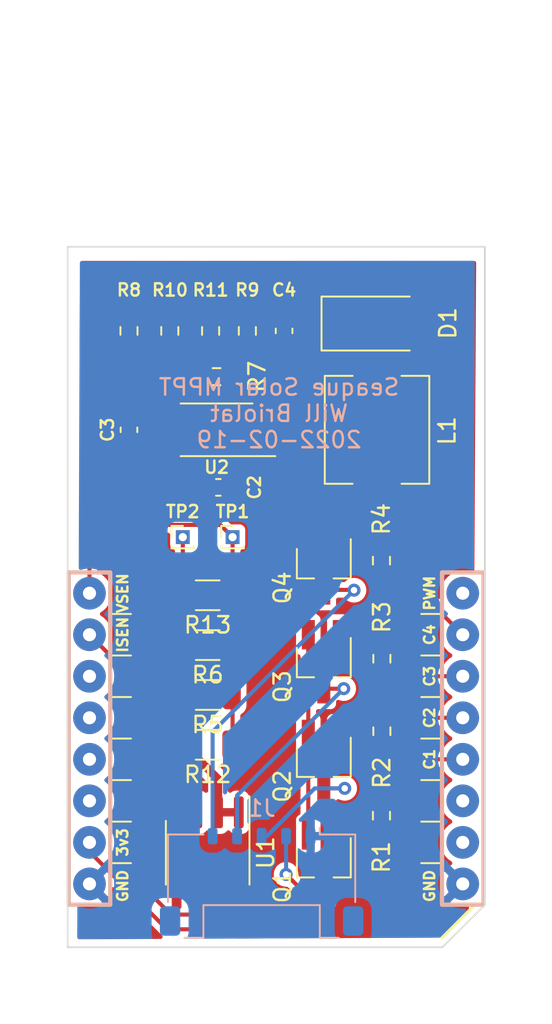
<source format=kicad_pcb>
(kicad_pcb (version 20211014) (generator pcbnew)
  (layers (0 "F.Cu" signal) (31 "B.Cu" signal) (34 "B.Paste" user) (35 "F.Paste" user) (36 "B.SilkS" user "B.Silkscreen") (37 "F.SilkS" user "F.Silkscreen") (38 "B.Mask" user) (39 "F.Mask" user) (44 "Edge.Cuts" user))
  (net 0 "")
  (net 1 "/PWM")
  (net 2 "/V_SENSE")
  (net 3 "/CELL1")
  (net 4 "/I_SENSE")
  (net 5 "/CELL2")
  (net 7 "/CELL3")
  (net 9 "/CELL4")
  (net 13 "GND")
  (net 14 "Net-(C3-Pad1)")
  (net 15 "Net-(C3-Pad2)")
  (net 16 "Net-(C4-Pad1)")
  (net 17 "Net-(Q1-Pad1)")
  (net 18 "Net-(Q2-Pad1)")
  (net 19 "Net-(Q3-Pad1)")
  (net 20 "Net-(Q4-Pad1)")
  (net 21 "Net-(D1-Pad2)")
  (net 24 "+3V3")
  (net 25 "Net-(R10-Pad1)")
  (net 26 "Net-(C2-Pad1)")
  (net 27 "Net-(R12-Pad2)")
  (net 28 "Net-(J1-Pad2)")
  (net 29 "Net-(J1-Pad3)")
  (net 30 "Net-(J1-Pad4)")
  (net 31 "Net-(J1-Pad5)")
  (footprint "Package_TO_SOT_SMD:SC-59_Handsoldering" (layer "F.Cu") (at 142.24 69.1398 -90)
    (fp_text reference "Q4" (at 1.524 2.54 90) (layer "F.SilkS"))
    (fp_text value "hFE>1000")
    (fp_line (start -0.85 1.65) (end 0.95 1.65) (layer "F.SilkS") (width 0.12))
    (fp_line (start 0.95 -1.65) (end 0.95 -0.6) (layer "F.SilkS") (width 0.12))
    (fp_line (start -1.45 -1.65) (end 0.95 -1.65) (layer "F.SilkS") (width 0.12))
    (fp_line (start 0.95 1.65) (end 0.95 0.6) (layer "F.SilkS") (width 0.12))
    (pad "1" smd rect (at -1.65 -0.95 270) (size 1.8 0.8) (layers "F.Cu" "F.Paste" "F.Mask") (net 20 "Net-(Q4-Pad1)"))
    (pad "2" smd rect (at -1.65 0.95 270) (size 1.8 0.8) (layers "F.Cu" "F.Paste" "F.Mask") (net 26 "Net-(C2-Pad1)"))
    (pad "3" smd rect (at 1.65 0 270) (size 1.8 0.8) (layers "F.Cu" "F.Paste" "F.Mask") (net 31 "Net-(J1-Pad5)"))
  )
  (footprint "Connector_PinHeader_1.00mm:PinHeader_1x01_P1.00mm_Vertical" (layer "F.Cu") (at 136.652 67.564)
    (fp_text reference "TP1" (at 0 -1.56) (layer "F.SilkS") (effects (font (size 0.75 0.75))))
    (fp_text value "TestPoint_Small")
    (fp_line (start 0.608276 0.685) (end 0.695 0.685) (layer "F.SilkS") (width 0.12))
    (fp_line (start -0.695 -0.685) (end 0 -0.685) (layer "F.SilkS") (width 0.12))
    (fp_line (start -0.695 0) (end -0.695 -0.685) (layer "F.SilkS") (width 0.12))
    (fp_line (start -0.695 0.685) (end -0.695 0.56) (layer "F.SilkS") (width 0.12))
    (fp_line (start 0.695 0.685) (end 0.695 0.56) (layer "F.SilkS") (width 0.12))
    (fp_line (start -0.695 0.685) (end -0.608276 0.685) (layer "F.SilkS") (width 0.12))
    (fp_line (start -0.695 0.685) (end 0.695 0.685) (layer "F.SilkS") (width 0.12))
    (pad "1" thru_hole rect (at 0 0) (size 0.85 0.85) (drill 0.5) (layers *.Cu *.Mask) (net 2 "/V_SENSE"))
  )
  (footprint "Resistor_SMD:R_0603_1608Metric" (layer "F.Cu") (at 145.7706 69 90)
    (fp_text reference "R4" (at 2.54 0 90) (layer "F.SilkS"))
    (fp_text value "1k")
    (fp_line (start -0.237258 0.5225) (end 0.237258 0.5225) (layer "F.SilkS") (width 0.12))
    (fp_line (start -0.237258 -0.5225) (end 0.237258 -0.5225) (layer "F.SilkS") (width 0.12))
    (pad "1" smd roundrect (at -0.825 0 90) (size 0.8 0.95) (layers "F.Cu" "F.Paste" "F.Mask") (net 9 "/CELL4"))
    (pad "2" smd roundrect (at 0.825 0 90) (size 0.8 0.95) (layers "F.Cu" "F.Paste" "F.Mask") (net 20 "Net-(Q4-Pad1)"))
  )
  (footprint "Resistor_SMD:R_1206_3216Metric" (layer "F.Cu") (at 135.128 71.12 180)
    (fp_text reference "R13" (at 0 -1.82) (layer "F.SilkS"))
    (fp_text value "10")
    (fp_line (start -0.727064 0.91) (end 0.727064 0.91) (layer "F.SilkS") (width 0.12))
    (fp_line (start -0.727064 -0.91) (end 0.727064 -0.91) (layer "F.SilkS") (width 0.12))
    (pad "1" smd roundrect (at -1.4625 0 180) (size 1.125 1.75) (layers "F.Cu" "F.Paste" "F.Mask") (roundrect_rratio 0.222222) (net 2 "/V_SENSE"))
    (pad "2" smd roundrect (at 1.4625 0 180) (size 1.125 1.75) (layers "F.Cu" "F.Paste" "F.Mask") (roundrect_rratio 0.222222) (net 27 "Net-(R12-Pad2)"))
  )
  (footprint "Capacitor_SMD:C_0603_1608Metric" (layer "F.Cu") (at 135.78 64.52)
    (fp_text reference "C2" (at 2.21 0 270) (layer "F.SilkS") (effects (font (size 0.75 0.75))))
    (fp_text value "1u")
    (fp_line (start -0.14058 -0.51) (end 0.14058 -0.51) (layer "F.SilkS") (width 0.12))
    (fp_line (start -0.14058 0.51) (end 0.14058 0.51) (layer "F.SilkS") (width 0.12))
    (pad "1" smd roundrect (at -0.775 0) (size 0.9 0.95) (layers "F.Cu" "F.Paste" "F.Mask") (net 26 "Net-(C2-Pad1)"))
    (pad "2" smd roundrect (at 0.775 0) (size 0.9 0.95) (layers "F.Cu" "F.Paste" "F.Mask") (net 13 "GND"))
  )
  (footprint "Package_SO:TSSOP-8_4.4x3mm_P0.65mm" (layer "F.Cu") (at 135.67 61 180)
    (fp_text reference "U2" (at -0.01 -2.29) (layer "F.SilkS") (effects (font (size 0.75 0.75))))
    (fp_text value "SPV1040T")
    (fp_line (start 0 1.61) (end 2.2 1.61) (layer "F.SilkS") (width 0.12))
    (fp_line (start 0 -1.61) (end -3.6 -1.61) (layer "F.SilkS") (width 0.12))
    (fp_line (start 0 1.61) (end -2.2 1.61) (layer "F.SilkS") (width 0.12))
    (fp_line (start 0 -1.61) (end 2.2 -1.61) (layer "F.SilkS") (width 0.12))
    (pad "1" smd roundrect (at -2.8625 -0.975 180) (size 1.475 0.4) (layers "F.Cu" "F.Paste" "F.Mask") (net 26 "Net-(C2-Pad1)"))
    (pad "2" smd roundrect (at -2.8625 -0.325 180) (size 1.475 0.4) (layers "F.Cu" "F.Paste" "F.Mask") (net 13 "GND"))
    (pad "3" smd roundrect (at -2.8625 0.325 180) (size 1.475 0.4) (layers "F.Cu" "F.Paste" "F.Mask") (net 21 "Net-(D1-Pad2)"))
    (pad "4" smd roundrect (at -2.8625 0.975 180) (size 1.475 0.4) (layers "F.Cu" "F.Paste" "F.Mask") (net 16 "Net-(C4-Pad1)"))
    (pad "5" smd roundrect (at 2.8625 0.975 180) (size 1.475 0.4) (layers "F.Cu" "F.Paste" "F.Mask") (net 25 "Net-(R10-Pad1)"))
    (pad "6" smd roundrect (at 2.8625 0.325 180) (size 1.475 0.4) (layers "F.Cu" "F.Paste" "F.Mask") (net 15 "Net-(C3-Pad2)"))
    (pad "7" smd roundrect (at 2.8625 -0.325 180) (size 1.475 0.4) (layers "F.Cu" "F.Paste" "F.Mask") (net 14 "Net-(C3-Pad1)"))
    (pad "8" smd roundrect (at 2.8625 -0.975 180) (size 1.475 0.4) (layers "F.Cu" "F.Paste" "F.Mask") (net 26 "Net-(C2-Pad1)"))
  )
  (footprint "Package_TO_SOT_SMD:SC-59_Handsoldering" (layer "F.Cu") (at 142.24 81.28 -90)
    (fp_text reference "Q2" (at 1.524 2.54 90) (layer "F.SilkS"))
    (fp_text value "hFE>1000")
    (fp_line (start -1.45 -1.65) (end 0.95 -1.65) (layer "F.SilkS") (width 0.12))
    (fp_line (start 0.95 -1.65) (end 0.95 -0.6) (layer "F.SilkS") (width 0.12))
    (fp_line (start 0.95 1.65) (end 0.95 0.6) (layer "F.SilkS") (width 0.12))
    (fp_line (start -0.85 1.65) (end 0.95 1.65) (layer "F.SilkS") (width 0.12))
    (pad "1" smd rect (at -1.65 -0.95 270) (size 1.8 0.8) (layers "F.Cu" "F.Paste" "F.Mask") (net 18 "Net-(Q2-Pad1)"))
    (pad "2" smd rect (at -1.65 0.95 270) (size 1.8 0.8) (layers "F.Cu" "F.Paste" "F.Mask") (net 26 "Net-(C2-Pad1)"))
    (pad "3" smd rect (at 1.65 0 270) (size 1.8 0.8) (layers "F.Cu" "F.Paste" "F.Mask") (net 29 "Net-(J1-Pad3)"))
  )
  (footprint "Resistor_SMD:R_0603_1608Metric" (layer "F.Cu") (at 145.7706 84.6 -90)
    (fp_text reference "R1" (at 2.54 0 90) (layer "F.SilkS"))
    (fp_text value "1k")
    (fp_line (start -0.237258 -0.5225) (end 0.237258 -0.5225) (layer "F.SilkS") (width 0.12))
    (fp_line (start -0.237258 0.5225) (end 0.237258 0.5225) (layer "F.SilkS") (width 0.12))
    (pad "1" smd roundrect (at -0.825 0 270) (size 0.8 0.95) (layers "F.Cu" "F.Paste" "F.Mask") (net 3 "/CELL1"))
    (pad "2" smd roundrect (at 0.825 0 270) (size 0.8 0.95) (layers "F.Cu" "F.Paste" "F.Mask") (net 17 "Net-(Q1-Pad1)"))
  )
  (footprint "Resistor_SMD:R_0603_1608Metric" (layer "F.Cu") (at 137.5575 54.95 90)
    (fp_text reference "R9" (at 2.5 0) (layer "F.SilkS") (effects (font (size 0.75 0.75))))
    (fp_text value "10m")
    (fp_line (start -0.237258 0.5225) (end 0.237258 0.5225) (layer "F.SilkS") (width 0.12))
    (fp_line (start -0.237258 -0.5225) (end 0.237258 -0.5225) (layer "F.SilkS") (width 0.12))
    (pad "1" smd roundrect (at -0.825 0 90) (size 0.8 0.95) (layers "F.Cu" "F.Paste" "F.Mask") (net 16 "Net-(C4-Pad1)"))
    (pad "2" smd roundrect (at 0.825 0 90) (size 0.8 0.95) (layers "F.Cu" "F.Paste" "F.Mask") (net 2 "/V_SENSE"))
  )
  (footprint "Resistor_SMD:R_0603_1608Metric" (layer "F.Cu") (at 135.67 57.75)
    (fp_text reference "R7" (at 2.49 0 90) (layer "F.SilkS"))
    (fp_text value "1k")
    (fp_line (start -0.237258 -0.5225) (end 0.237258 -0.5225) (layer "F.SilkS") (width 0.12))
    (fp_line (start -0.237258 0.5225) (end 0.237258 0.5225) (layer "F.SilkS") (width 0.12))
    (pad "1" smd roundrect (at -0.825 0) (size 0.8 0.95) (layers "F.Cu" "F.Paste" "F.Mask") (net 14 "Net-(C3-Pad1)"))
    (pad "2" smd roundrect (at 0.825 0) (size 0.8 0.95) (layers "F.Cu" "F.Paste" "F.Mask") (net 16 "Net-(C4-Pad1)"))
  )
  (footprint "Resistor_SMD:R_1206_3216Metric" (layer "F.Cu") (at 135.128 77.216 180)
    (fp_text reference "R5" (at 0 -1.82) (layer "F.SilkS"))
    (fp_text value "10")
    (fp_line (start -0.727064 0.91) (end 0.727064 0.91) (layer "F.SilkS") (width 0.12))
    (fp_line (start -0.727064 -0.91) (end 0.727064 -0.91) (layer "F.SilkS") (width 0.12))
    (pad "1" smd roundrect (at -1.4625 0 180) (size 1.125 1.75) (layers "F.Cu" "F.Paste" "F.Mask") (roundrect_rratio 0.222222) (net 2 "/V_SENSE"))
    (pad "2" smd roundrect (at 1.4625 0 180) (size 1.125 1.75) (layers "F.Cu" "F.Paste" "F.Mask") (roundrect_rratio 0.222222) (net 27 "Net-(R12-Pad2)"))
  )
  (footprint "Resistor_SMD:R_0603_1608Metric" (layer "F.Cu") (at 135.3075 54.95 -90)
    (fp_text reference "R11" (at -2.5 0) (layer "F.SilkS") (effects (font (size 0.75 0.75))))
    (fp_text value "330k")
    (fp_line (start -0.237258 0.5225) (end 0.237258 0.5225) (layer "F.SilkS") (width 0.12))
    (fp_line (start -0.237258 -0.5225) (end 0.237258 -0.5225) (layer "F.SilkS") (width 0.12))
    (pad "1" smd roundrect (at -0.825 0 270) (size 0.8 0.95) (layers "F.Cu" "F.Paste" "F.Mask") (net 13 "GND"))
    (pad "2" smd roundrect (at 0.825 0 270) (size 0.8 0.95) (layers "F.Cu" "F.Paste" "F.Mask") (net 25 "Net-(R10-Pad1)"))
  )
  (footprint "Resistor_SMD:R_0603_1608Metric" (layer "F.Cu") (at 130.3075 54.95 90)
    (fp_text reference "R8" (at 2.5 0) (layer "F.SilkS") (effects (font (size 0.75 0.75))))
    (fp_text value "1k")
    (fp_line (start -0.237258 -0.5225) (end 0.237258 -0.5225) (layer "F.SilkS") (width 0.12))
    (fp_line (start -0.237258 0.5225) (end 0.237258 0.5225) (layer "F.SilkS") (width 0.12))
    (pad "1" smd roundrect (at -0.825 0 90) (size 0.8 0.95) (layers "F.Cu" "F.Paste" "F.Mask") (net 15 "Net-(C3-Pad2)"))
    (pad "2" smd roundrect (at 0.825 0 90) (size 0.8 0.95) (layers "F.Cu" "F.Paste" "F.Mask") (net 2 "/V_SENSE"))
  )
  (footprint "Resistor_SMD:R_1206_3216Metric" (layer "F.Cu") (at 135.128 74.168 180)
    (fp_text reference "R6" (at 0 -1.82) (layer "F.SilkS"))
    (fp_text value "10")
    (fp_line (start -0.727064 0.91) (end 0.727064 0.91) (layer "F.SilkS") (width 0.12))
    (fp_line (start -0.727064 -0.91) (end 0.727064 -0.91) (layer "F.SilkS") (width 0.12))
    (pad "1" smd roundrect (at -1.4625 0 180) (size 1.125 1.75) (layers "F.Cu" "F.Paste" "F.Mask") (roundrect_rratio 0.222222) (net 2 "/V_SENSE"))
    (pad "2" smd roundrect (at 1.4625 0 180) (size 1.125 1.75) (layers "F.Cu" "F.Paste" "F.Mask") (roundrect_rratio 0.222222) (net 27 "Net-(R12-Pad2)"))
  )
  (footprint "Diode_SMD:D_SMA" (layer "F.Cu") (at 145.5 54.5)
    (fp_text reference "D1" (at 4.34 -0.02 90) (layer "F.SilkS"))
    (fp_text value "D_Schottky_Small")
    (fp_line (start -3.4 1.65) (end 2 1.65) (layer "F.SilkS") (width 0.12))
    (fp_line (start -3.4 -1.65) (end -3.4 1.65) (layer "F.SilkS") (width 0.12))
    (fp_line (start -3.4 -1.65) (end 2 -1.65) (layer "F.SilkS") (width 0.12))
    (pad "1" smd rect (at -2 0) (size 2.5 1.8) (layers "F.Cu" "F.Paste" "F.Mask") (net 16 "Net-(C4-Pad1)"))
    (pad "2" smd rect (at 2 0) (size 2.5 1.8) (layers "F.Cu" "F.Paste" "F.Mask") (net 21 "Net-(D1-Pad2)"))
  )
  (footprint "Connector_PinHeader_1.00mm:PinHeader_1x01_P1.00mm_Vertical" (layer "F.Cu") (at 133.604 67.564)
    (fp_text reference "TP2" (at 0 -1.56) (layer "F.SilkS") (effects (font (size 0.75 0.75))))
    (fp_text value "TestPoint_Small")
    (fp_line (start -0.695 0.685) (end 0.695 0.685) (layer "F.SilkS") (width 0.12))
    (fp_line (start -0.695 -0.685) (end 0 -0.685) (layer "F.SilkS") (width 0.12))
    (fp_line (start 0.608276 0.685) (end 0.695 0.685) (layer "F.SilkS") (width 0.12))
    (fp_line (start 0.695 0.685) (end 0.695 0.56) (layer "F.SilkS") (width 0.12))
    (fp_line (start -0.695 0) (end -0.695 -0.685) (layer "F.SilkS") (width 0.12))
    (fp_line (start -0.695 0.685) (end -0.608276 0.685) (layer "F.SilkS") (width 0.12))
    (fp_line (start -0.695 0.685) (end -0.695 0.56) (layer "F.SilkS") (width 0.12))
    (pad "1" thru_hole rect (at 0 0) (size 0.85 0.85) (drill 0.5) (layers *.Cu *.Mask) (net 27 "Net-(R12-Pad2)"))
  )
  (footprint "Resistor_SMD:R_1206_3216Metric" (layer "F.Cu") (at 135.128 80.264 180)
    (fp_text reference "R12" (at 0 -1.82) (layer "F.SilkS"))
    (fp_text value "10")
    (fp_line (start -0.727064 -0.91) (end 0.727064 -0.91) (layer "F.SilkS") (width 0.12))
    (fp_line (start -0.727064 0.91) (end 0.727064 0.91) (layer "F.SilkS") (width 0.12))
    (pad "1" smd roundrect (at -1.4625 0 180) (size 1.125 1.75) (layers "F.Cu" "F.Paste" "F.Mask") (roundrect_rratio 0.222222) (net 2 "/V_SENSE"))
    (pad "2" smd roundrect (at 1.4625 0 180) (size 1.125 1.75) (layers "F.Cu" "F.Paste" "F.Mask") (roundrect_rratio 0.222222) (net 27 "Net-(R12-Pad2)"))
  )
  (footprint "Package_TO_SOT_SMD:SC-59_Handsoldering" (layer "F.Cu") (at 142.24 75.184 -90)
    (fp_text reference "Q3" (at 1.524 2.54 90) (layer "F.SilkS"))
    (fp_text value "hFE>1000")
    (fp_line (start -0.85 1.65) (end 0.95 1.65) (layer "F.SilkS") (width 0.12))
    (fp_line (start 0.95 -1.65) (end 0.95 -0.6) (layer "F.SilkS") (width 0.12))
    (fp_line (start 0.95 1.65) (end 0.95 0.6) (layer "F.SilkS") (width 0.12))
    (fp_line (start -1.45 -1.65) (end 0.95 -1.65) (layer "F.SilkS") (width 0.12))
    (pad "1" smd rect (at -1.65 -0.95 270) (size 1.8 0.8) (layers "F.Cu" "F.Paste" "F.Mask") (net 19 "Net-(Q3-Pad1)"))
    (pad "2" smd rect (at -1.65 0.95 270) (size 1.8 0.8) (layers "F.Cu" "F.Paste" "F.Mask") (net 26 "Net-(C2-Pad1)"))
    (pad "3" smd rect (at 1.65 0 270) (size 1.8 0.8) (layers "F.Cu" "F.Paste" "F.Mask") (net 30 "Net-(J1-Pad4)"))
  )
  (footprint "Package_TO_SOT_SMD:SC-59_Handsoldering" (layer "F.Cu") (at 142.24 87.4268 -90)
    (fp_text reference "Q1" (at 1.524 2.54 90) (layer "F.SilkS"))
    (fp_text value "hFE>1000")
    (fp_line (start 0.95 -1.65) (end 0.95 -0.6) (layer "F.SilkS") (width 0.12))
    (fp_line (start -0.85 1.65) (end 0.95 1.65) (layer "F.SilkS") (width 0.12))
    (fp_line (start -1.45 -1.65) (end 0.95 -1.65) (layer "F.SilkS") (width 0.12))
    (fp_line (start 0.95 1.65) (end 0.95 0.6) (layer "F.SilkS") (width 0.12))
    (pad "1" smd rect (at -1.65 -0.95 270) (size 1.8 0.8) (layers "F.Cu" "F.Paste" "F.Mask") (net 17 "Net-(Q1-Pad1)"))
    (pad "2" smd rect (at -1.65 0.95 270) (size 1.8 0.8) (layers "F.Cu" "F.Paste" "F.Mask") (net 26 "Net-(C2-Pad1)"))
    (pad "3" smd rect (at 1.65 0 270) (size 1.8 0.8) (layers "F.Cu" "F.Paste" "F.Mask") (net 28 "Net-(J1-Pad2)"))
  )
  (footprint "Capacitor_SMD:C_0603_1608Metric" (layer "F.Cu") (at 130.3075 61 90)
    (fp_text reference "C3" (at 0 -1.3175 90) (layer "F.SilkS") (effects (font (size 0.75 0.75))))
    (fp_text value "1u")
    (fp_line (start -0.14058 -0.51) (end 0.14058 -0.51) (layer "F.SilkS") (width 0.12))
    (fp_line (start -0.14058 0.51) (end 0.14058 0.51) (layer "F.SilkS") (width 0.12))
    (pad "1" smd roundrect (at -0.775 0 90) (size 0.9 0.95) (layers "F.Cu" "F.Paste" "F.Mask") (net 14 "Net-(C3-Pad1)"))
    (pad "2" smd roundrect (at 0.775 0 90) (size 0.9 0.95) (layers "F.Cu" "F.Paste" "F.Mask") (net 15 "Net-(C3-Pad2)"))
  )
  (footprint "Resistor_SMD:R_0603_1608Metric" (layer "F.Cu") (at 145.796 75 90)
    (fp_text reference "R3" (at 2.54 0 90) (layer "F.SilkS"))
    (fp_text value "1k")
    (fp_line (start -0.237258 0.5225) (end 0.237258 0.5225) (layer "F.SilkS") (width 0.12))
    (fp_line (start -0.237258 -0.5225) (end 0.237258 -0.5225) (layer "F.SilkS") (width 0.12))
    (pad "1" smd roundrect (at -0.825 0 90) (size 0.8 0.95) (layers "F.Cu" "F.Paste" "F.Mask") (net 7 "/CELL3"))
    (pad "2" smd roundrect (at 0.825 0 90) (size 0.8 0.95) (layers "F.Cu" "F.Paste" "F.Mask") (net 19 "Net-(Q3-Pad1)"))
  )
  (footprint "Package_SO:SOIC-8_3.9x4.9mm_P1.27mm" (layer "F.Cu") (at 135.128 86.868 -90)
    (fp_text reference "U1" (at 0 -3.556 -90) (layer "F.SilkS"))
    (fp_text value "ACS724xLCTR-10AU")
    (fp_line (start 0 -2.56) (end -3.45 -2.56) (layer "F.SilkS") (width 0.12))
    (fp_line (start 0 -2.56) (end 1.95 -2.56) (layer "F.SilkS") (width 0.12))
    (fp_line (start 0 2.56) (end 1.95 2.56) (layer "F.SilkS") (width 0.12))
    (fp_line (start 0 2.56) (end -1.95 2.56) (layer "F.SilkS") (width 0.12))
    (pad "1" smd roundrect (at -2.475 -1.905 270) (size 1.95 0.6) (layers "F.Cu" "F.Paste" "F.Mask") (net 27 "Net-(R12-Pad2)"))
    (pad "2" smd roundrect (at -2.475 -0.635 270) (size 1.95 0.6) (layers "F.Cu" "F.Paste" "F.Mask") (net 27 "Net-(R12-Pad2)"))
    (pad "3" smd roundrect (at -2.475 0.635 270) (size 1.95 0.6) (layers "F.Cu" "F.Paste" "F.Mask") (net 13 "GND"))
    (pad "4" smd roundrect (at -2.475 1.905 270) (size 1.95 0.6) (layers "F.Cu" "F.Paste" "F.Mask") (net 13 "GND"))
    (pad "5" smd roundrect (at 2.475 1.905 270) (size 1.95 0.6) (layers "F.Cu" "F.Paste" "F.Mask") (net 13 "GND"))
    (pad "6" smd roundrect (at 2.475 0.635 270) (size 1.95 0.6) (layers "F.Cu" "F.Paste" "F.Mask"))
    (pad "7" smd roundrect (at 2.475 -0.635 270) (size 1.95 0.6) (layers "F.Cu" "F.Paste" "F.Mask") (net 4 "/I_SENSE"))
    (pad "8" smd roundrect (at 2.475 -1.905 270) (size 1.95 0.6) (layers "F.Cu" "F.Paste" "F.Mask") (net 24 "+3V3"))
  )
  (footprint "Resistor_SMD:R_0603_1608Metric" (layer "F.Cu") (at 132.8075 54.95 90)
    (fp_text reference "R10" (at 2.5 0.01) (layer "F.SilkS") (effects (font (size 0.75 0.75))))
    (fp_text value "1M")
    (fp_line (start -0.237258 0.5225) (end 0.237258 0.5225) (layer "F.SilkS") (width 0.12))
    (fp_line (start -0.237258 -0.5225) (end 0.237258 -0.5225) (layer "F.SilkS") (width 0.12))
    (pad "1" smd roundrect (at -0.825 0 90) (size 0.8 0.95) (layers "F.Cu" "F.Paste" "F.Mask") (net 25 "Net-(R10-Pad1)"))
    (pad "2" smd roundrect (at 0.825 0 90) (size 0.8 0.95) (layers "F.Cu" "F.Paste" "F.Mask") (net 2 "/V_SENSE"))
  )
  (footprint "Resistor_SMD:R_0603_1608Metric" (layer "F.Cu") (at 145.796 79.435 -90)
    (fp_text reference "R2" (at 2.54 0 90) (layer "F.SilkS"))
    (fp_text value "1k")
    (fp_line (start -0.237258 -0.5225) (end 0.237258 -0.5225) (layer "F.SilkS") (width 0.12))
    (fp_line (start -0.237258 0.5225) (end 0.237258 0.5225) (layer "F.SilkS") (width 0.12))
    (pad "1" smd roundrect (at -0.825 0 270) (size 0.8 0.95) (layers "F.Cu" "F.Paste" "F.Mask") (net 5 "/CELL2"))
    (pad "2" smd roundrect (at 0.825 0 270) (size 0.8 0.95) (layers "F.Cu" "F.Paste" "F.Mask") (net 18 "Net-(Q2-Pad1)"))
  )
  (footprint "libmikro:mikroBUS_Plug" (layer "F.Cu") (at 139.319 79.883)
    (fp_text reference "A1" hide)
    (fp_text value "mikroBUS_Plug")
    (fp_text user "C4" (at 9.398 -6.35 270) (layer "F.SilkS") (effects (font (size 0.635 0.635))))
    (fp_text user "C3" (at 9.398 -3.81 270) (layer "F.SilkS") (effects (font (size 0.635 0.635))))
    (fp_text user "C2" (at 9.398 -1.27 270) (layer "F.SilkS") (effects (font (size 0.635 0.635))))
    (fp_text user "ISEN" (at -9.398 -6.35 90) (layer "F.SilkS") (effects (font (size 0.635 0.635))))
    (fp_text user "GND" (at 9.398 9.017 270) (layer "F.SilkS") (effects (font (size 0.635 0.635))))
    (fp_text user "VSEN" (at -9.398 -8.89 90) (layer "F.SilkS") (effects (font (size 0.635 0.635))))
    (fp_text user "GND" (at -9.398 9.017 270) (layer "F.SilkS") (effects (font (size 0.635 0.635))))
    (fp_text user "PWM" (at 9.398 -8.89 270) (layer "F.SilkS") (effects (font (size 0.635 0.635))))
    (fp_text user "3v3" (at -9.398 6.35 90) (layer "F.SilkS") (effects (font (size 0.635 0.635))))
    (fp_text user "C1" (at 9.398 1.27 270) (layer "F.SilkS") (effects (font (size 0.635 0.635))))
    (fp_line (start -12.7 10.16) (end -12.7 -10.16) (layer "B.SilkS") (width 0.254))
    (fp_line (start 12.7 -10.16) (end 10.16 -10.16) (layer "B.SilkS") (width 0.254))
    (fp_line (start -10.16 10.16) (end -12.7 10.16) (layer "B.SilkS") (width 0.254))
    (fp_line (start -10.16 -10.16) (end -10.16 10.16) (layer "B.SilkS") (width 0.254))
    (fp_line (start 10.16 10.16) (end 12.7 10.16) (layer "B.SilkS") (width 0.254))
    (fp_line (start 10.16 -10.16) (end 10.16 10.16) (layer "B.SilkS") (width 0.254))
    (fp_line (start 12.7 10.16) (end 12.7 -10.16) (layer "B.SilkS") (width 0.254))
    (fp_line (start -12.7 -10.16) (end -10.16 -10.16) (layer "B.SilkS") (width 0.254))
    (fp_line (start -10.16 -2.54) (end -8.89 -2.54) (layer "F.SilkS") (width 0.12))
    (fp_line (start 8.89 7.62) (end 10.16 7.62) (layer "F.SilkS") (width 0.12))
    (fp_line (start -10.16 0) (end -8.89 0) (layer "F.SilkS") (width 0.12))
    (fp_line (start 10.16 12.192) (end 12.192 10.16) (layer "F.SilkS") (width 0.2032))
    (fp_line (start 12.7 -10.16) (end 10.16 -10.16) (layer "F.SilkS") (width 0.254))
    (fp_line (start 10.16 -10.16) (end 10.16 10.16) (layer "F.SilkS") (width 0.254))
    (fp_line (start 8.89 2.54) (end 10.16 2.54) (layer "F.SilkS") (width 0.12))
    (fp_line (start 10.16 10.16) (end 12.7 10.16) (layer "F.SilkS") (width 0.254))
    (fp_line (start 12.7 10.16) (end 12.7 -10.16) (layer "F.SilkS") (width 0.254))
    (fp_line (start -12.7 -10.16) (end -12.7 10.16) (layer "F.SilkS") (width 0.254))
    (fp_line (start -10.16 5.08) (end -8.89 5.08) (layer "F.SilkS") (width 0.12))
    (fp_line (start -12.7 10.16) (end -10.16 10.16) (layer "F.SilkS") (width 0.254))
    (fp_line (start 8.89 -5.08) (end 10.16 -5.08) (layer "F.SilkS") (width 0.12))
    (fp_line (start 8.89 -2.54) (end 10.16 -2.54) (layer "F.SilkS") (width 0.12))
    (fp_line (start -10.16 7.62) (end -8.89 7.62) (layer "F.SilkS") (width 0.12))
    (fp_line (start 8.89 0) (end 10.16 0) (layer "F.SilkS") (width 0.12))
    (fp_line (start -10.16 -5.08) (end -8.89 -5.08) (layer "F.SilkS") (width 0.12))
    (fp_line (start 8.89 5.08) (end 10.16 5.08) (layer "F.SilkS") (width 0.12))
    (fp_line (start -10.16 -10.16) (end -12.7 -10.16) (layer "F.SilkS") (width 0.254))
    (fp_line (start -10.16 10.16) (end -10.16 -10.16) (layer "F.SilkS") (width 0.254))
    (fp_line (start -10.16 -7.62) (end -8.89 -7.62) (layer "F.SilkS") (width 0.12))
    (fp_line (start -10.16 2.54) (end -8.89 2.54) (layer "F.SilkS") (width 0.12))
    (fp_line (start 8.89 -7.62) (end 10.16 -7.62) (layer "F.SilkS") (width 0.12))
    (pad "1" thru_hole circle (at -11.43 -8.89 270) (size 2 2) (drill 0.8) (layers *.Cu *.Mask) (net 2 "/V_SENSE"))
    (pad "2" thru_hole circle (at -11.43 -6.35 270) (size 2 2) (drill 0.8) (layers *.Cu *.Mask) (net 4 "/I_SENSE"))
    (pad "3" thru_hole circle (at -11.43 -3.81 270) (size 2 2) (drill 0.8) (layers *.Cu *.Mask))
    (pad "4" thru_hole circle (at -11.43 -1.27 270) (size 2 2) (drill 0.8) (layers *.Cu *.Mask))
    (pad "5" thru_hole circle (at -11.43 1.27 270) (size 2 2) (drill 0.8) (layers *.Cu *.Mask))
    (pad "6" thru_hole circle (at -11.43 3.81 270) (size 2 2) (drill 0.8) (layers *.Cu *.Mask))
    (pad "7" thru_hole circle (at -11.43 6.35 270) (size 2 2) (drill 0.8) (layers *.Cu *.Mask) (net 24 "+3V3"))
    (pad "8" thru_hole circle (at -11.43 8.89 270) (size 2 2) (drill 0.8) (layers *.Cu *.Mask) (net 13 "GND"))
    (pad "9" thru_hole circle (at 11.43 8.89 270) (size 2 2) (drill 0.8) (layers *.Cu *.Mask) (net 13 "GND"))
    (pad "10" thru_hole circle (at 11.43 6.35 270) (size 2 2) (drill 0.8) (layers *.Cu *.Mask))
    (pad "11" thru_hole circle (at 11.43 3.81 270) (size 2 2) (drill 0.8) (layers *.Cu *.Mask))
    (pad "12" thru_hole circle (at 11.43 1.27 270) (size 2 2) (drill 0.8) (layers *.Cu *.Mask) (net 3 "/CELL1"))
    (pad "13" thru_hole circle (at 11.43 -1.27 270) (size 2 2) (drill 0.8) (layers *.Cu *.Mask) (net 5 "/CELL2"))
    (pad "14" thru_hole circle (at 11.43 -3.81 270) (size 2 2) (drill 0.8) (layers *.Cu *.Mask) (net 7 "/CELL3"))
    (pad "15" thru_hole circle (at 11.43 -6.35 270) (size 2 2) (drill 0.8) (layers *.Cu *.Mask) (net 9 "/CELL4"))
    (pad "16" thru_hole circle (at 11.43 -8.89 270) (size 2 2) (drill 0.8) (layers *.Cu *.Mask) (net 1 "/PWM"))
  )
  (footprint "Inductor_SMD:L_6.3x6.3_H3" (layer "F.Cu") (at 145.5 61 90)
    (fp_text reference "L1" (at -0.06 4.29 90) (layer "F.SilkS"))
    (fp_text value "10uH")
    (fp_line (start 3.3 -3.2) (end 3.3 -1.5) (layer "F.SilkS") (width 0.12))
    (fp_line (start -3.3 -3.2) (end 3.3 -3.2) (layer "F.SilkS") (width 0.12))
    (fp_line (start -3.3 -1.5) (end -3.3 -3.2) (layer "F.SilkS") (width 0.12))
    (fp_line (start 3.3 1.5) (end 3.3 3.2) (layer "F.SilkS") (width 0.12))
    (fp_line (start 3.3 3.2) (end -3.3 3.2) (layer "F.SilkS") (width 0.12))
    (fp_line (start -3.3 3.2) (end -3.3 1.5) (layer "F.SilkS") (width 0.12))
    (pad "1" smd rect (at -2.75 0 90) (size 1.5 2.4) (layers "F.Cu" "F.Paste" "F.Mask") (net 26 "Net-(C2-Pad1)"))
    (pad "2" smd rect (at 2.75 0 90) (size 1.5 2.4) (layers "F.Cu" "F.Paste" "F.Mask") (net 21 "Net-(D1-Pad2)"))
  )
  (footprint "Capacitor_SMD:C_0603_1608Metric" (layer "F.Cu") (at 139.8075 54.95 90)
    (fp_text reference "C4" (at 2.5 0) (layer "F.SilkS") (effects (font (size 0.75 0.75))))
    (fp_text value "1u")
    (fp_line (start -0.14058 0.51) (end 0.14058 0.51) (layer "F.SilkS") (width 0.12))
    (fp_line (start -0.14058 -0.51) (end 0.14058 -0.51) (layer "F.SilkS") (width 0.12))
    (pad "1" smd roundrect (at -0.775 0 90) (size 0.9 0.95) (layers "F.Cu" "F.Paste" "F.Mask") (net 16 "Net-(C4-Pad1)"))
    (pad "2" smd roundrect (at 0.775 0 90) (size 0.9 0.95) (layers "F.Cu" "F.Paste" "F.Mask") (net 13 "GND"))
  )
  (footprint "Connector_Molex:Molex_Pico-Lock_504050-0591_1x05-1MP_P1.50mm_Horizontal" (layer "B.Cu") (at 138.43 88.646 180)
    (fp_text reference "J1" (at 0 4.5) (layer "B.SilkS") (effects (justify mirror)))
    (fp_text value "Conn_01x06")
    (fp_line (start 5.735 -1.235) (end 5.735 2.895) (layer "B.SilkS") (width 0.12))
    (fp_line (start 3.565 -1.425) (end 3.565 -3.425) (layer "B.SilkS") (width 0.12))
    (fp_line (start -4.72 -3.425) (end -3.565 -3.425) (layer "B.SilkS") (width 0.12))
    (fp_line (start 3.565 -3.425) (end 4.72 -3.425) (layer "B.SilkS") (width 0.12))
    (fp_line (start -5.735 2.895) (end -3.56 2.895) (layer "B.SilkS") (width 0.12))
    (fp_line (start -3.565 -1.425) (end 3.565 -1.425) (layer "B.SilkS") (width 0.12))
    (fp_line (start -3.565 -3.425) (end -3.565 -1.425) (layer "B.SilkS") (width 0.12))
    (fp_line (start -5.735 -1.235) (end -5.735 2.895) (layer "B.SilkS") (width 0.12))
    (fp_line (start 5.735 2.895) (end 3.56 2.895) (layer "B.SilkS") (width 0.12))
    (fp_line (start -3.56 2.895) (end -3.56 3.295) (layer "B.SilkS") (width 0.12))
    (pad "1" smd roundrect (at -3 2.795 180) (size 0.6 1) (layers "B.Cu" "B.Paste" "B.Mask") (net 13 "GND"))
    (pad "2" smd roundrect (at -1.5 2.795 180) (size 0.6 1) (layers "B.Cu" "B.Paste" "B.Mask") (net 28 "Net-(J1-Pad2)"))
    (pad "3" smd roundrect (at 0 2.795 180) (size 0.6 1) (layers "B.Cu" "B.Paste" "B.Mask") (net 29 "Net-(J1-Pad3)"))
    (pad "4" smd roundrect (at 1.5 2.795 180) (size 0.6 1) (layers "B.Cu" "B.Paste" "B.Mask") (net 30 "Net-(J1-Pad4)"))
    (pad "5" smd roundrect (at 3 2.795 180) (size 0.6 1) (layers "B.Cu" "B.Paste" "B.Mask") (net 31 "Net-(J1-Pad5)"))
    (pad "MP" smd roundrect (at 5.605 -2.395 180) (size 1.25 1.8) (layers "B.Cu" "B.Paste" "B.Mask") (roundrect_rratio 0.2))
    (pad "MP" smd roundrect (at -5.605 -2.395 180) (size 1.25 1.8) (layers "B.Cu" "B.Paste" "B.Mask") (roundrect_rratio 0.2))
  )
  (gr_line (start 126.55 49.8) (end 126.55 92.65) (layer "Edge.Cuts") (width 0.1))
  (gr_line (start 152.1 90.07) (end 152.1 49.8) (layer "Edge.Cuts") (width 0.1))
  (gr_line (start 152.1 49.8) (end 126.55 49.8) (layer "Edge.Cuts") (width 0.1))
  (gr_line (start 126.55 92.65) (end 149.5 92.65) (layer "Edge.Cuts") (width 0.1))
  (gr_line (start 149.5 92.65) (end 152.1 90.07) (layer "Edge.Cuts") (width 0.1))
  (gr_text "Seaque Solar MPPT\nWill Briolat\n2022-02-19" (at 139.5 60) (layer "B.SilkS") (effects (font (size 1 1)) (justify mirror)))
  (segment (start 127.903511 66.814489) (end 127.889 66.829) (width 0.25) (layer "F.Cu") (net 2))
  (segment (start 136.652 67.564) (end 136.652 80.2025) (width 0.25) (layer "F.Cu") (net 2))
  (segment (start 136.652 80.2025) (end 136.5905 80.264) (width 0.25) (layer "F.Cu") (net 2))
  (segment (start 127.889 56.5435) (end 130.3075 54.125) (width 0.25) (layer "F.Cu") (net 2))
  (segment (start 136.83298 53.40048) (end 133.53202 53.40048) (width 0.25) (layer "F.Cu") (net 2))
  (segment (start 137.5575 54.125) (end 136.83298 53.40048) (width 0.25) (layer "F.Cu") (net 2))
  (segment (start 136.652 67.564) (end 135.902489 66.814489) (width 0.25) (layer "F.Cu") (net 2))
  (segment (start 135.902489 66.814489) (end 127.903511 66.814489) (width 0.25) (layer "F.Cu") (net 2))
  (segment (start 127.889 66.829) (end 127.889 56.5435) (width 0.25) (layer "F.Cu") (net 2))
  (segment (start 130.3075 54.125) (end 132.8075 54.125) (width 0.25) (layer "F.Cu") (net 2))
  (segment (start 133.53202 53.40048) (end 132.8075 54.125) (width 0.25) (layer "F.Cu") (net 2))
  (segment (start 127.889 66.829) (end 127.889 70.993) (width 0.25) (layer "F.Cu") (net 2))
  (segment (start 148.3926 81.153) (end 150.749 81.153) (width 0.25) (layer "F.Cu") (net 3))
  (segment (start 145.7706 83.775) (end 148.3926 81.153) (width 0.25) (layer "F.Cu") (net 3))
  (segment (start 134.832072 90.65) (end 132.883928 90.65) (width 0.25) (layer "F.Cu") (net 4))
  (segment (start 131.03 76.674) (end 127.889 73.533) (width 0.25) (layer "F.Cu") (net 4))
  (segment (start 132.883928 90.65) (end 131.03 88.796072) (width 0.25) (layer "F.Cu") (net 4))
  (segment (start 135.763 89.719072) (end 134.832072 90.65) (width 0.25) (layer "F.Cu") (net 4))
  (segment (start 131.03 88.796072) (end 131.03 76.674) (width 0.25) (layer "F.Cu") (net 4))
  (segment (start 135.763 89.343) (end 135.763 89.719072) (width 0.25) (layer "F.Cu") (net 4))
  (segment (start 145.796 78.61) (end 145.799 78.613) (width 0.25) (layer "F.Cu") (net 5))
  (segment (start 145.799 78.613) (end 150.749 78.613) (width 0.25) (layer "F.Cu") (net 5))
  (segment (start 146.044 76.073) (end 150.749 76.073) (width 0.25) (layer "F.Cu") (net 7))
  (segment (start 145.796 75.825) (end 146.044 76.073) (width 0.25) (layer "F.Cu") (net 7))
  (segment (start 147.041 69.825) (end 150.749 73.533) (width 0.25) (layer "F.Cu") (net 9))
  (segment (start 145.7706 69.825) (end 147.041 69.825) (width 0.25) (layer "F.Cu") (net 9))
  (segment (start 135.3075 54.125) (end 136.03202 54.84952) (width 0.25) (layer "F.Cu") (net 13))
  (segment (start 139.13298 54.84952) (end 139.8075 54.175) (width 0.25) (layer "F.Cu") (net 13))
  (segment (start 136.03202 54.84952) (end 139.13298 54.84952) (width 0.25) (layer "F.Cu") (net 13))
  (segment (start 133.495361 61.325) (end 134.845 59.975361) (width 0.25) (layer "F.Cu") (net 14))
  (segment (start 130.3075 61.775) (end 130.7575 61.325) (width 0.25) (layer "F.Cu") (net 14))
  (segment (start 134.845 59.975361) (end 134.845 57.75) (width 0.25) (layer "F.Cu") (net 14))
  (segment (start 130.7575 61.325) (end 132.8075 61.325) (width 0.25) (layer "F.Cu") (net 14))
  (segment (start 132.8075 61.325) (end 133.495361 61.325) (width 0.25) (layer "F.Cu") (net 14))
  (segment (start 130.7575 60.675) (end 132.8075 60.675) (width 0.25) (layer "F.Cu") (net 15))
  (segment (start 130.3075 55.775) (end 130.3075 60.225) (width 0.25) (layer "F.Cu") (net 15))
  (segment (start 130.3075 60.225) (end 130.7575 60.675) (width 0.25) (layer "F.Cu") (net 15))
  (segment (start 143.5 54.5) (end 141.0325 54.5) (width 0.25) (layer "F.Cu") (net 16))
  (segment (start 136.495 56.8375) (end 137.5575 55.775) (width 0.25) (layer "F.Cu") (net 16))
  (segment (start 136.495 57.75) (end 136.495 57.9875) (width 0.25) (layer "F.Cu") (net 16))
  (segment (start 141.0325 54.5) (end 139.8075 55.725) (width 0.25) (layer "F.Cu") (net 16))
  (segment (start 136.495 57.9875) (end 138.5325 60.025) (width 0.25) (layer "F.Cu") (net 16))
  (segment (start 136.495 57.75) (end 136.495 56.8375) (width 0.25) (layer "F.Cu") (net 16))
  (segment (start 137.5575 55.775) (end 139.7575 55.775) (width 0.25) (layer "F.Cu") (net 16))
  (segment (start 145.4188 85.7768) (end 145.7706 85.425) (width 0.25) (layer "F.Cu") (net 17))
  (segment (start 143.19 85.7768) (end 145.4188 85.7768) (width 0.25) (layer "F.Cu") (net 17))
  (segment (start 145.166 79.63) (end 143.19 79.63) (width 0.25) (layer "F.Cu") (net 18))
  (segment (start 145.796 80.26) (end 145.166 79.63) (width 0.25) (layer "F.Cu") (net 18))
  (segment (start 145.796 74.175) (end 145.155 73.534) (width 0.25) (layer "F.Cu") (net 19))
  (segment (start 145.155 73.534) (end 143.19 73.534) (width 0.25) (layer "F.Cu") (net 19))
  (segment (start 145.0854 67.4898) (end 145.7706 68.175) (width 0.25) (layer "F.Cu") (net 20))
  (segment (start 143.19 67.4898) (end 145.0854 67.4898) (width 0.25) (layer "F.Cu") (net 20))
  (segment (start 138.5325 60.675) (end 143.075 60.675) (width 0.25) (layer "F.Cu") (net 21))
  (segment (start 145.5 58.25) (end 145.5 56.5) (width 0.25) (layer "F.Cu") (net 21))
  (segment (start 143.075 60.675) (end 145.5 58.25) (width 0.25) (layer "F.Cu") (net 21))
  (segment (start 145.5 56.5) (end 147.5 54.5) (width 0.25) (layer "F.Cu") (net 21))
  (segment (start 137.033 90.997) (end 136.48049 91.54951) (width 0.25) (layer "F.Cu") (net 24))
  (segment (start 136.48049 91.54951) (end 132.633806 91.54951) (width 0.25) (layer "F.Cu") (net 24))
  (segment (start 132.633806 91.54951) (end 127.889 86.804704) (width 0.25) (layer "F.Cu") (net 24))
  (segment (start 127.889 86.804704) (end 127.889 86.233) (width 0.25) (layer "F.Cu") (net 24))
  (segment (start 137.033 89.343) (end 137.033 90.997) (width 0.25) (layer "F.Cu") (net 24))
  (segment (start 132.8075 60.025) (end 132.8075 55.775) (width 0.25) (layer "F.Cu") (net 25))
  (segment (start 132.8075 55.775) (end 135.3075 55.775) (width 0.25) (layer "F.Cu") (net 25))
  (segment (start 141.29 73.534) (end 141.29 79.63) (width 0.25) (layer "F.Cu") (net 26))
  (segment (start 135.005 64.52) (end 135.005 64.1725) (width 0.25) (layer "F.Cu") (net 26))
  (segment (start 141.29 64.7325) (end 138.5325 61.975) (width 0.25) (layer "F.Cu") (net 26))
  (segment (start 137.55 61.975) (end 138.5325 61.975) (width 0.25) (layer "F.Cu") (net 26))
  (segment (start 141.29 79.63) (end 141.29 85.7768) (width 0.25) (layer "F.Cu") (net 26))
  (segment (start 135.005 64.1725) (end 132.8075 61.975) (width 0.25) (layer "F.Cu") (net 26))
  (segment (start 135.005 64.52) (end 137.55 61.975) (width 0.25) (layer "F.Cu") (net 26))
  (segment (start 141.29 67.4898) (end 141.29 64.7325) (width 0.25) (layer "F.Cu") (net 26))
  (segment (start 142.2725 63.75) (end 141.29 64.7325) (width 0.25) (layer "F.Cu") (net 26))
  (segment (start 145.5 63.75) (end 142.2725 63.75) (width 0.25) (layer "F.Cu") (net 26))
  (segment (start 141.29 67.4898) (end 141.29 73.534) (width 0.25) (layer "F.Cu") (net 26))
  (segment (start 133.6655 74.168) (end 133.6655 77.216) (width 0.25) (layer "F.Cu") (net 27))
  (segment (start 135.763 84.393) (end 135.763 82.3615) (width 0.508) (layer "F.Cu") (net 27))
  (segment (start 133.604 67.564) (end 133.604 71.0585) (width 0.25) (layer "F.Cu") (net 27))
  (segment (start 135.763 82.3615) (end 133.6655 80.264) (width 0.508) (layer "F.Cu") (net 27))
  (segment (start 137.033 84.393) (end 135.763 84.393) (width 0.508) (layer "F.Cu") (net 27))
  (segment (start 133.6655 71.12) (end 133.6655 74.168) (width 0.25) (layer "F.Cu") (net 27))
  (segment (start 133.604 71.0585) (end 133.6655 71.12) (width 0.25) (layer "F.Cu") (net 27))
  (segment (start 133.6655 77.216) (end 133.6655 80.264) (width 0.25) (layer "F.Cu") (net 27))
  (segment (start 142.24 89.0768) (end 140.8168 89.0768) (width 0.25) (layer "F.Cu") (net 28))
  (segment (start 140.8168 89.0768) (end 139.93 88.19) (width 0.25) (layer "F.Cu") (net 28))
  (via blind (at 139.93 88.19) (size 0.8) (drill 0.4) (layers "F.Cu" "B.Cu") (net 28))
  (segment (start 139.93 88.19) (end 139.93 85.851) (width 0.25) (layer "B.Cu") (net 28))
  (segment (start 142.24 82.93) (end 143.52 82.93) (width 0.25) (layer "F.Cu") (net 29))
  (via blind (at 143.52 82.93) (size 0.8) (drill 0.4) (layers "F.Cu" "B.Cu") (net 29))
  (segment (start 141.679928 82.93) (end 138.758928 85.851) (width 0.25) (layer "B.Cu") (net 29))
  (segment (start 143.52 82.93) (end 141.679928 82.93) (width 0.25) (layer "B.Cu") (net 29))
  (segment (start 138.758928 85.851) (end 138.43 85.851) (width 0.25) (layer "B.Cu") (net 29))
  (segment (start 143.456 76.834) (end 143.46 76.83) (width 0.25) (layer "F.Cu") (net 30))
  (segment (start 142.24 76.834) (end 143.456 76.834) (width 0.25) (layer "F.Cu") (net 30))
  (via blind (at 143.46 76.83) (size 0.8) (drill 0.4) (layers "F.Cu" "B.Cu") (net 30))
  (segment (start 136.93 83.36) (end 136.93 85.851) (width 0.25) (layer "B.Cu") (net 30))
  (segment (start 143.46 76.83) (end 136.93 83.36) (width 0.25) (layer "B.Cu") (net 30))
  (segment (start 144.0698 70.7898) (end 144.09 70.81) (width 0.25) (layer "F.Cu") (net 31))
  (segment (start 142.24 70.7898) (end 144.0698 70.7898) (width 0.25) (layer "F.Cu") (net 31))
  (via blind (at 144.09 70.81) (size 0.8) (drill 0.4) (layers "F.Cu" "B.Cu") (net 31))
  (segment (start 135.43 79.47) (end 135.43 85.851) (width 0.25) (layer "B.Cu") (net 31))
  (segment (start 144.09 70.81) (end 135.43 79.47) (width 0.25) (layer "B.Cu") (net 31))
  (zone (net 13) (net_name "GND") (layer "F.Cu") (connect_pads (clearance 0.35)) (min_thickness 0.254) (fill yes (thermal_gap 0.35) (thermal_bridge_width 0.3))
    (polygon (pts (xy 151.34 90.08) (xy 149.37 92.06) (xy 127.14 92.16) (xy 127.303583 50.665511) (xy 151.571629 50.668025)))
  )
  (zone (net 13) (net_name "GND") (layer "B.Cu") (connect_pads (clearance 0.508)) (min_thickness 0.254) (fill yes (thermal_gap 0.508) (thermal_bridge_width 0.508))
    (polygon (pts (xy 151.35 90.07) (xy 149.37 92.06) (xy 127.141048 92.160005) (xy 127.301048 50.680005) (xy 151.485079 50.661144)))
  )
)
</source>
